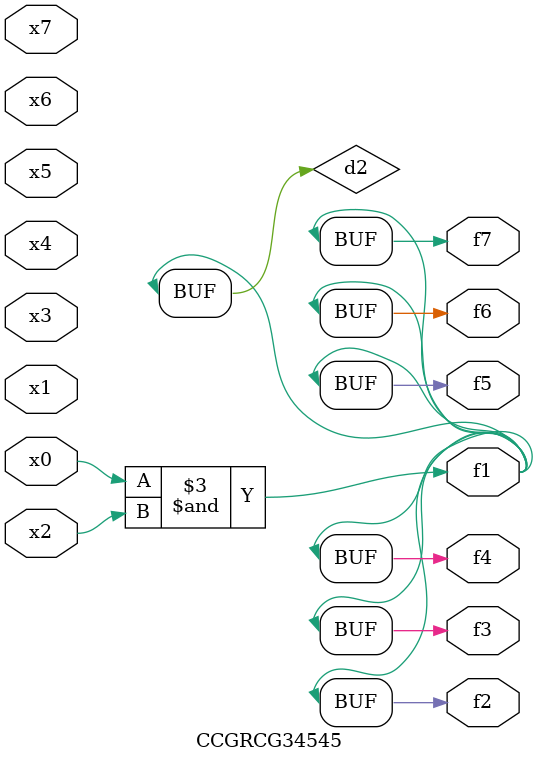
<source format=v>
module CCGRCG34545(
	input x0, x1, x2, x3, x4, x5, x6, x7,
	output f1, f2, f3, f4, f5, f6, f7
);

	wire d1, d2;

	nor (d1, x3, x6);
	and (d2, x0, x2);
	assign f1 = d2;
	assign f2 = d2;
	assign f3 = d2;
	assign f4 = d2;
	assign f5 = d2;
	assign f6 = d2;
	assign f7 = d2;
endmodule

</source>
